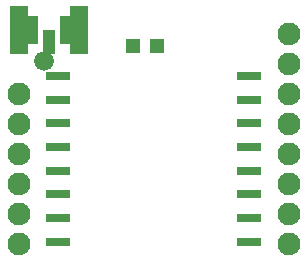
<source format=gbr>
%TF.GenerationSoftware,KiCad,Pcbnew,5.1.10*%
%TF.CreationDate,2021-07-25T21:05:11+03:00*%
%TF.ProjectId,hoperf-rfm9x-lora-breakout,686f7065-7266-42d7-9266-6d39782d6c6f,rev?*%
%TF.SameCoordinates,Original*%
%TF.FileFunction,Soldermask,Top*%
%TF.FilePolarity,Negative*%
%FSLAX46Y46*%
G04 Gerber Fmt 4.6, Leading zero omitted, Abs format (unit mm)*
G04 Created by KiCad (PCBNEW 5.1.10) date 2021-07-25 21:05:11*
%MOMM*%
%LPD*%
G01*
G04 APERTURE LIST*
%ADD10C,0.100000*%
%ADD11R,2.000000X0.800000*%
%ADD12C,1.930400*%
%ADD13R,1.200000X1.300000*%
%ADD14C,1.676400*%
%ADD15R,1.016000X2.032000*%
%ADD16R,1.524000X4.064000*%
G04 APERTURE END LIST*
D10*
%TO.C,UFL/SMA1*%
G36*
X138662900Y-97091400D02*
G01*
X138662900Y-94754600D01*
X137748500Y-94754600D01*
X137748500Y-97091400D01*
X138662900Y-97091400D01*
G37*
G36*
X140539300Y-94754600D02*
G01*
X140539300Y-97091400D01*
X141453700Y-97091400D01*
X141453700Y-94754600D01*
X140539300Y-94754600D01*
G37*
%TD*%
D11*
%TO.C,U1*%
X156591100Y-99819600D03*
X156591100Y-101819600D03*
X156591100Y-103819600D03*
X156591100Y-105819600D03*
X156591100Y-107819600D03*
X156591100Y-109819600D03*
X156591100Y-111819600D03*
X156591100Y-113819600D03*
X140391100Y-113819600D03*
X140391100Y-111819600D03*
X140391100Y-109819600D03*
X140391100Y-107819600D03*
X140391100Y-105819600D03*
X140391100Y-103819600D03*
X140391100Y-101819600D03*
X140391100Y-99819600D03*
%TD*%
D12*
%TO.C,JP1*%
X159921100Y-96278600D03*
X159921100Y-98818600D03*
X159921100Y-101358600D03*
X159921100Y-103898600D03*
X159921100Y-106438600D03*
X159921100Y-108978600D03*
X159921100Y-111518600D03*
X159921100Y-114058600D03*
%TD*%
D13*
%TO.C,C1*%
X148745100Y-97294600D03*
X146713100Y-97294600D03*
%TD*%
D12*
%TO.C,JP2*%
X137061100Y-101358600D03*
X137061100Y-103898600D03*
X137061100Y-106438600D03*
X137061100Y-108978600D03*
X137061100Y-111518600D03*
X137061100Y-114058600D03*
%TD*%
D14*
%TO.C,ANT1*%
X139220100Y-98564600D03*
%TD*%
D15*
%TO.C,UFL/SMA1*%
X139601100Y-96913600D03*
D16*
X142141100Y-95897600D03*
X137061100Y-95897600D03*
%TD*%
M02*

</source>
